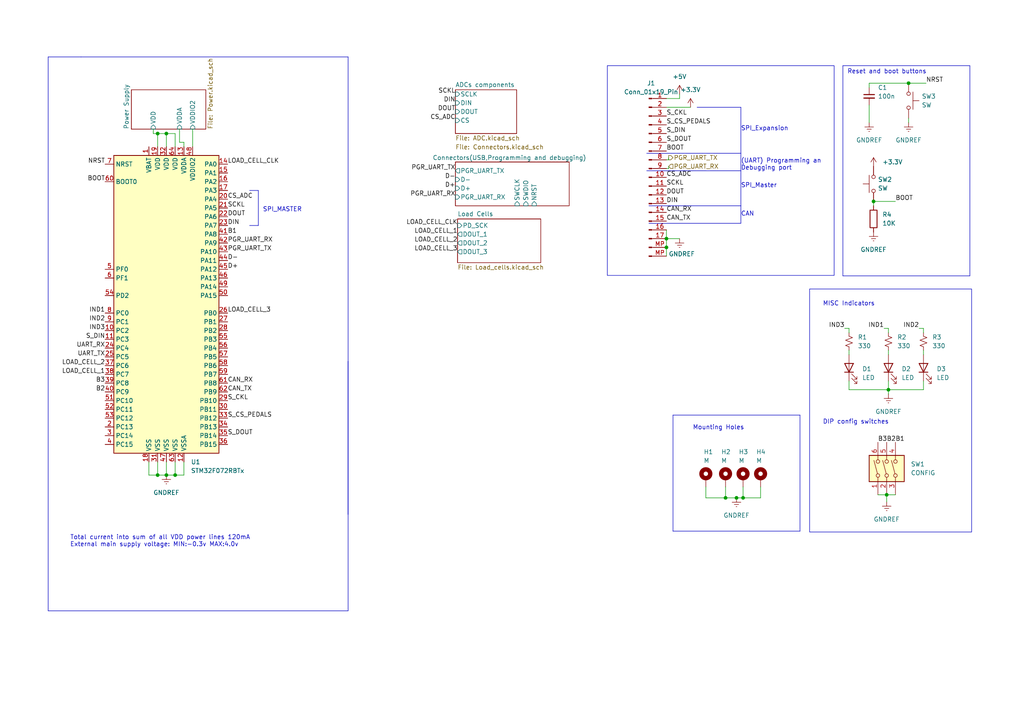
<source format=kicad_sch>
(kicad_sch (version 20230121) (generator eeschema)
  (paper "A4")
  (title_block (title "CAE32 pedals") (date "2023-01-30") (rev "2") (comment 1 "Desing by: janc18"))
  (lib_symbols
    (symbol "Connector:Conn_01x19_Pin" (pin_names (offset 1.016) hide)
      (property "Reference" "J1" (at 0.635 27.305 0))
      (property "Value" "Conn_01x19_Pin" (at 0.635 24.765 0))
      (symbol "Conn_01x19_Pin_1_1"
        (polyline (pts (xy 1.27 -22.86) (xy 0.8636 -22.86)) (stroke (width 0.1524)))
        (polyline (pts (xy 1.27 -20.32) (xy 0.8636 -20.32)) (stroke (width 0.1524)))
        (polyline (pts (xy 1.27 -17.78) (xy 0.8636 -17.78)) (stroke (width 0.1524)))
        (polyline (pts (xy 1.27 -15.24) (xy 0.8636 -15.24)) (stroke (width 0.1524)))
        (polyline (pts (xy 1.27 -12.7) (xy 0.8636 -12.7)) (stroke (width 0.1524)))
        (polyline (pts (xy 1.27 -10.16) (xy 0.8636 -10.16)) (stroke (width 0.1524)))
        (polyline (pts (xy 1.27 -7.62) (xy 0.8636 -7.62)) (stroke (width 0.1524)))
        (polyline (pts (xy 1.27 -5.08) (xy 0.8636 -5.08)) (stroke (width 0.1524)))
        (polyline (pts (xy 1.27 -2.54) (xy 0.8636 -2.54)) (stroke (width 0.1524)))
        (polyline (pts (xy 1.27 0) (xy 0.8636 0)) (stroke (width 0.1524)))
        (polyline (pts (xy 1.27 2.54) (xy 0.8636 2.54)) (stroke (width 0.1524)))
        (polyline (pts (xy 1.27 5.08) (xy 0.8636 5.08)) (stroke (width 0.1524)))
        (polyline (pts (xy 1.27 7.62) (xy 0.8636 7.62)) (stroke (width 0.1524)))
        (polyline (pts (xy 1.27 10.16) (xy 0.8636 10.16)) (stroke (width 0.1524)))
        (polyline (pts (xy 1.27 12.7) (xy 0.8636 12.7)) (stroke (width 0.1524)))
        (polyline (pts (xy 1.27 15.24) (xy 0.8636 15.24)) (stroke (width 0.1524)))
        (polyline (pts (xy 1.27 17.78) (xy 0.8636 17.78)) (stroke (width 0.1524)))
        (polyline (pts (xy 1.27 20.32) (xy 0.8636 20.32)) (stroke (width 0.1524)))
        (polyline (pts (xy 1.27 22.86) (xy 0.8636 22.86)) (stroke (width 0.1524)))
        (rectangle (start 0.8636 -22.733) (end 0 -22.987) (stroke (width 0.1524)) (fill (type outline)))
        (rectangle (start 0.8636 -20.193) (end 0 -20.447) (stroke (width 0.1524)) (fill (type outline)))
        (rectangle (start 0.8636 -17.653) (end 0 -17.907) (stroke (width 0.1524)) (fill (type outline)))
        (rectangle (start 0.8636 -15.113) (end 0 -15.367) (stroke (width 0.1524)) (fill (type outline)))
        (rectangle (start 0.8636 -12.573) (end 0 -12.827) (stroke (width 0.1524)) (fill (type outline)))
        (rectangle (start 0.8636 -10.033) (end 0 -10.287) (stroke (width 0.1524)) (fill (type outline)))
        (rectangle (start 0.8636 -7.493) (end 0 -7.747) (stroke (width 0.1524)) (fill (type outline)))
        (rectangle (start 0.8636 -4.953) (end 0 -5.207) (stroke (width 0.1524)) (fill (type outline)))
        (rectangle (start 0.8636 -2.413) (end 0 -2.667) (stroke (width 0.1524)) (fill (type outline)))
        (rectangle (start 0.8636 0.127) (end 0 -0.127) (stroke (width 0.1524)) (fill (type outline)))
        (rectangle (start 0.8636 2.667) (end 0 2.413) (stroke (width 0.1524)) (fill (type outline)))
        (rectangle (start 0.8636 5.207) (end 0 4.953) (stroke (width 0.1524)) (fill (type outline)))
        (rectangle (start 0.8636 7.747) (end 0 7.493) (stroke (width 0.1524)) (fill (type outline)))
        (rectangle (start 0.8636 10.287) (end 0 10.033) (stroke (width 0.1524)) (fill (type outline)))
        (rectangle (start 0.8636 12.827) (end 0 12.573) (stroke (width 0.1524)) (fill (type outline)))
        (rectangle (start 0.8636 15.367) (end 0 15.113) (stroke (width 0.1524)) (fill (type outline)))
        (rectangle (start 0.8636 17.907) (end 0 17.653) (stroke (width 0.1524)) (fill (type outline)))
        (rectangle (start 0.8636 20.447) (end 0 20.193) (stroke (width 0.1524)) (fill (type outline)))
        (rectangle (start 0.8636 22.987) (end 0 22.733) (stroke (width 0.1524)) (fill (type outline)))
        (pin passive line (at 5.08 22.86 180) (length 3.81) (name "Pin_1") (number "1"))
        (pin passive line (at 5.08 0 180) (length 3.81) (name "Pin_10") (number "10"))
        (pin passive line (at 5.08 -2.54 180) (length 3.81) (name "Pin_11") (number "11"))
        (pin passive line (at 5.08 -5.08 180) (length 3.81) (name "Pin_12") (number "12"))
        (pin passive line (at 5.08 -7.62 180) (length 3.81) (name "Pin_13") (number "13"))
        (pin passive line (at 5.08 -10.16 180) (length 3.81) (name "Pin_14") (number "14"))
        (pin passive line (at 5.08 -12.7 180) (length 3.81) (name "Pin_15") (number "15"))
        (pin passive line (at 5.08 -15.24 180) (length 3.81) (name "Pin_16") (number "16"))
        (pin passive line (at 5.08 -17.78 180) (length 3.81) (name "Pin_17") (number "17"))
        (pin passive line (at 5.08 20.32 180) (length 3.81) (name "Pin_2") (number "2"))
        (pin passive line (at 5.08 17.78 180) (length 3.81) (name "Pin_3") (number "3"))
        (pin passive line (at 5.08 15.24 180) (length 3.81) (name "Pin_4") (number "4"))
        (pin passive line (at 5.08 12.7 180) (length 3.81) (name "Pin_5") (number "5"))
        (pin passive line (at 5.08 10.16 180) (length 3.81) (name "Pin_6") (number "6"))
        (pin passive line (at 5.08 7.62 180) (length 3.81) (name "Pin_7") (number "7"))
        (pin passive line (at 5.08 5.08 180) (length 3.81) (name "Pin_8") (number "8"))
        (pin passive line (at 5.08 2.54 180) (length 3.81) (name "Pin_9") (number "9"))
        (pin passive line (at 5.08 -22.86 180) (length 3.81) (name "MP") (number "MP"))
        (pin passive line (at 5.08 -20.32 180) (length 3.81) (name "MP") (number "MP"))
      )
    )
    (symbol "Device:C_Small" (pin_numbers hide) (pin_names (offset 0.254) hide)
      (property "Reference" "C" (at 0.254 1.778 0))
      (property "Value" "C_Small" (at 0.254 -2.032 0))
      (symbol "C_Small_0_1"
        (polyline (pts (xy -1.524 -0.508) (xy 1.524 -0.508)) (stroke (width 0.3302)))
        (polyline (pts (xy -1.524 0.508) (xy 1.524 0.508)) (stroke (width 0.3048)))
      )
      (symbol "C_Small_1_1"
        (pin passive line (at 0 2.54 270) (length 2.032) (name "~") (number "1"))
        (pin passive line (at 0 -2.54 90) (length 2.032) (name "~") (number "2"))
      )
    )
    (symbol "Device:LED" (pin_numbers hide) (pin_names (offset 1.016) hide)
      (property "Reference" "D" (at 0 2.54 0))
      (property "Value" "LED" (at 0 -2.54 0))
      (symbol "LED_0_1"
        (polyline (pts (xy -1.27 -1.27) (xy -1.27 1.27)) (stroke (width 0.254)))
        (polyline (pts (xy -1.27 0) (xy 1.27 0)))
        (polyline (pts (xy 1.27 -1.27) (xy 1.27 1.27) (xy -1.27 0) (xy 1.27 -1.27)) (stroke (width 0.254)))
        (polyline (pts (xy -3.048 -0.762) (xy -4.572 -2.286) (xy -3.81 -2.286) (xy -4.572 -2.286) (xy -4.572 -1.524)))
        (polyline (pts (xy -1.778 -0.762) (xy -3.302 -2.286) (xy -2.54 -2.286) (xy -3.302 -2.286) (xy -3.302 -1.524)))
      )
      (symbol "LED_1_1"
        (pin passive line (at -3.81 0 0) (length 2.54) (name "K") (number "1"))
        (pin passive line (at 3.81 0 180) (length 2.54) (name "A") (number "2"))
      )
    )
    (symbol "Device:R" (pin_numbers hide) (pin_names (offset 0))
      (property "Reference" "R" (at 2.032 0 90))
      (property "Value" "R" (at 0 0 90))
      (symbol "R_0_1"
        (rectangle (start -1.016 -2.54) (end 1.016 2.54) (stroke (width 0.254)))
      )
      (symbol "R_1_1"
        (pin passive line (at 0 3.81 270) (length 1.27) (name "~") (number "1"))
        (pin passive line (at 0 -3.81 90) (length 1.27) (name "~") (number "2"))
      )
    )
    (symbol "Device:R_Small_US" (pin_numbers hide) (pin_names (offset 0.254) hide)
      (property "Reference" "R" (at 0.762 0.508 0))
      (property "Value" "R_Small_US" (at 0.762 -1.016 0))
      (symbol "R_Small_US_1_1"
        (polyline (pts (xy 0 0) (xy 1.016 -0.381) (xy 0 -0.762) (xy -1.016 -1.143) (xy 0 -1.524)))
        (polyline (pts (xy 0 1.524) (xy 1.016 1.143) (xy 0 0.762) (xy -1.016 0.381) (xy 0 0)))
        (pin passive line (at 0 2.54 270) (length 1.016) (name "~") (number "1"))
        (pin passive line (at 0 -2.54 90) (length 1.016) (name "~") (number "2"))
      )
    )
    (symbol "GNDREF_1" (power) (pin_names (offset 0))
      (property "Value" "GNDREF_1" (at 0 -3.81 0))
      (symbol "GNDREF_1_0_1"
        (polyline (pts (xy -0.635 -1.905) (xy 0.635 -1.905)))
        (polyline (pts (xy -0.127 -2.54) (xy 0.127 -2.54)))
        (polyline (pts (xy 0 -1.27) (xy 0 0)))
        (polyline (pts (xy 1.27 -1.27) (xy -1.27 -1.27)))
      )
      (symbol "GNDREF_1_1_1"
        (pin power_in line (at 0 0 270) (length 0) hide (name "GNDREF") (number "1"))
      )
    )
    (symbol "GNDREF_2" (power) (pin_names (offset 0))
      (property "Value" "GNDREF_2" (at 0 -3.81 0))
      (symbol "GNDREF_2_0_1"
        (polyline (pts (xy -0.635 -1.905) (xy 0.635 -1.905)))
        (polyline (pts (xy -0.127 -2.54) (xy 0.127 -2.54)))
        (polyline (pts (xy 0 -1.27) (xy 0 0)))
        (polyline (pts (xy 1.27 -1.27) (xy -1.27 -1.27)))
      )
      (symbol "GNDREF_2_1_1"
        (pin power_in line (at 0 0 270) (length 0) hide (name "GNDREF") (number "1"))
      )
    )
    (symbol "GNDREF_3" (power) (pin_names (offset 0))
      (property "Value" "GNDREF_3" (at 0 -3.81 0))
      (symbol "GNDREF_3_0_1"
        (polyline (pts (xy -0.635 -1.905) (xy 0.635 -1.905)))
        (polyline (pts (xy -0.127 -2.54) (xy 0.127 -2.54)))
        (polyline (pts (xy 0 -1.27) (xy 0 0)))
        (polyline (pts (xy 1.27 -1.27) (xy -1.27 -1.27)))
      )
      (symbol "GNDREF_3_1_1"
        (pin power_in line (at 0 0 270) (length 0) hide (name "GNDREF") (number "1"))
      )
    )
    (symbol "MCU_ST_STM32F0:STM32F072RBTx"
      (property "Reference" "U" (at -15.24 44.45 0))
      (property "Value" "STM32F072RBTx" (at 10.16 44.45 0))
      (symbol "STM32F072RBTx_0_1"
        (rectangle (start -15.24 -43.18) (end 15.24 43.18) (stroke (width 0.254)) (fill (type background)))
      )
      (symbol "STM32F072RBTx_1_1"
        (pin power_in line (at -5.08 45.72 270) (length 2.54) (name "VBAT") (number "1"))
        (pin bidirectional line (at -17.78 -7.62 0) (length 2.54) (name "PC2") (number "10"))
        (pin bidirectional line (at -17.78 -10.16 0) (length 2.54) (name "PC3") (number "11"))
        (pin power_in line (at 5.08 -45.72 90) (length 2.54) (name "VSSA") (number "12"))
        (pin power_in line (at 5.08 45.72 270) (length 2.54) (name "VDDA") (number "13"))
        (pin bidirectional line (at 17.78 40.64 180) (length 2.54) (name "PA0") (number "14"))
        (pin bidirectional line (at 17.78 38.1 180) (length 2.54) (name "PA1") (number "15"))
        (pin bidirectional line (at 17.78 35.56 180) (length 2.54) (name "PA2") (number "16"))
        (pin bidirectional line (at 17.78 33.02 180) (length 2.54) (name "PA3") (number "17"))
        (pin power_in line (at -5.08 -45.72 90) (length 2.54) (name "VSS") (number "18"))
        (pin power_in line (at -2.54 45.72 270) (length 2.54) (name "VDD") (number "19"))
        (pin bidirectional line (at -17.78 -35.56 0) (length 2.54) (name "PC13") (number "2"))
        (pin bidirectional line (at 17.78 30.48 180) (length 2.54) (name "PA4") (number "20"))
        (pin bidirectional line (at 17.78 27.94 180) (length 2.54) (name "PA5") (number "21"))
        (pin bidirectional line (at 17.78 25.4 180) (length 2.54) (name "PA6") (number "22"))
        (pin bidirectional line (at 17.78 22.86 180) (length 2.54) (name "PA7") (number "23"))
        (pin bidirectional line (at -17.78 -12.7 0) (length 2.54) (name "PC4") (number "24"))
        (pin bidirectional line (at -17.78 -15.24 0) (length 2.54) (name "PC5") (number "25"))
        (pin bidirectional line (at 17.78 -2.54 180) (length 2.54) (name "PB0") (number "26"))
        (pin bidirectional line (at 17.78 -5.08 180) (length 2.54) (name "PB1") (number "27"))
        (pin bidirectional line (at 17.78 -7.62 180) (length 2.54) (name "PB2") (number "28"))
        (pin bidirectional line (at 17.78 -27.94 180) (length 2.54) (name "PB10") (number "29"))
        (pin bidirectional line (at -17.78 -38.1 0) (length 2.54) (name "PC14") (number "3"))
        (pin bidirectional line (at 17.78 -30.48 180) (length 2.54) (name "PB11") (number "30"))
        (pin power_in line (at -2.54 -45.72 90) (length 2.54) (name "VSS") (number "31"))
        (pin power_in line (at 0 45.72 270) (length 2.54) (name "VDD") (number "32"))
        (pin bidirectional line (at 17.78 -33.02 180) (length 2.54) (name "PB12") (number "33"))
        (pin bidirectional line (at 17.78 -35.56 180) (length 2.54) (name "PB13") (number "34"))
        (pin bidirectional line (at 17.78 -38.1 180) (length 2.54) (name "PB14") (number "35"))
        (pin bidirectional line (at 17.78 -40.64 180) (length 2.54) (name "PB15") (number "36"))
        (pin bidirectional line (at -17.78 -17.78 0) (length 2.54) (name "PC6") (number "37"))
        (pin bidirectional line (at -17.78 -20.32 0) (length 2.54) (name "PC7") (number "38"))
        (pin bidirectional line (at -17.78 -22.86 0) (length 2.54) (name "PC8") (number "39"))
        (pin bidirectional line (at -17.78 -40.64 0) (length 2.54) (name "PC15") (number "4"))
        (pin bidirectional line (at -17.78 -25.4 0) (length 2.54) (name "PC9") (number "40"))
        (pin bidirectional line (at 17.78 20.32 180) (length 2.54) (name "PA8") (number "41"))
        (pin bidirectional line (at 17.78 17.78 180) (length 2.54) (name "PA9") (number "42"))
        (pin bidirectional line (at 17.78 15.24 180) (length 2.54) (name "PA10") (number "43"))
        (pin bidirectional line (at 17.78 12.7 180) (length 2.54) (name "PA11") (number "44"))
        (pin bidirectional line (at 17.78 10.16 180) (length 2.54) (name "PA12") (number "45"))
        (pin bidirectional line (at 17.78 7.62 180) (length 2.54) (name "PA13") (number "46"))
        (pin power_in line (at 0 -45.72 90) (length 2.54) (name "VSS") (number "47"))
        (pin power_in line (at 7.62 45.72 270) (length 2.54) (name "VDDIO2") (number "48"))
        (pin bidirectional line (at 17.78 5.08 180) (length 2.54) (name "PA14") (number "49"))
        (pin input line (at -17.78 10.16 0) (length 2.54) (name "PF0") (number "5"))
        (pin bidirectional line (at 17.78 2.54 180) (length 2.54) (name "PA15") (number "50"))
        (pin bidirectional line (at -17.78 -27.94 0) (length 2.54) (name "PC10") (number "51"))
        (pin bidirectional line (at -17.78 -30.48 0) (length 2.54) (name "PC11") (number "52"))
        (pin bidirectional line (at -17.78 -33.02 0) (length 2.54) (name "PC12") (number "53"))
        (pin bidirectional line (at -17.78 2.54 0) (length 2.54) (name "PD2") (number "54"))
        (pin bidirectional line (at 17.78 -10.16 180) (length 2.54) (name "PB3") (number "55"))
        (pin bidirectional line (at 17.78 -12.7 180) (length 2.54) (name "PB4") (number "56"))
        (pin bidirectional line (at 17.78 -15.24 180) (length 2.54) (name "PB5") (number "57"))
        (pin bidirectional line (at 17.78 -17.78 180) (length 2.54) (name "PB6") (number "58"))
        (pin bidirectional line (at 17.78 -20.32 180) (length 2.54) (name "PB7") (number "59"))
        (pin input line (at -17.78 7.62 0) (length 2.54) (name "PF1") (number "6"))
        (pin input line (at -17.78 35.56 0) (length 2.54) (name "BOOT0") (number "60"))
        (pin bidirectional line (at 17.78 -22.86 180) (length 2.54) (name "PB8") (number "61"))
        (pin bidirectional line (at 17.78 -25.4 180) (length 2.54) (name "PB9") (number "62"))
        (pin power_in line (at 2.54 -45.72 90) (length 2.54) (name "VSS") (number "63"))
        (pin power_in line (at 2.54 45.72 270) (length 2.54) (name "VDD") (number "64"))
        (pin input line (at -17.78 40.64 0) (length 2.54) (name "NRST") (number "7"))
        (pin bidirectional line (at -17.78 -2.54 0) (length 2.54) (name "PC0") (number "8"))
        (pin bidirectional line (at -17.78 -5.08 0) (length 2.54) (name "PC1") (number "9"))
      )
    )
    (symbol "Mechanical:MountingHole_Pad" (pin_numbers hide) (pin_names (offset 1.016) hide)
      (property "Reference" "H" (at 0 6.35 0))
      (property "Value" "MountingHole_Pad" (at 0 4.445 0))
      (symbol "MountingHole_Pad_0_1"
        (circle (center 0 1.27) (radius 1.27) (stroke (width 1.27)))
      )
      (symbol "MountingHole_Pad_1_1"
        (pin input line (at 0 -2.54 90) (length 2.54) (name "1") (number "1"))
      )
    )
    (symbol "Switch:SW_DIP_x03" (pin_names (offset 0) hide)
      (property "Reference" "SW" (at 0 8.89 0))
      (property "Value" "SW_DIP_x03" (at 0 -3.81 0))
      (symbol "SW_DIP_x03_0_0"
        (circle (center -2.032 0) (radius 0.508))
        (circle (center -2.032 2.54) (radius 0.508))
        (circle (center -2.032 5.08) (radius 0.508))
        (polyline (pts (xy -1.524 0.127) (xy 2.3622 1.1684)))
        (polyline (pts (xy -1.524 2.667) (xy 2.3622 3.7084)))
        (polyline (pts (xy -1.524 5.207) (xy 2.3622 6.2484)))
        (circle (center 2.032 0) (radius 0.508))
        (circle (center 2.032 2.54) (radius 0.508))
        (circle (center 2.032 5.08) (radius 0.508))
      )
      (symbol "SW_DIP_x03_0_1"
        (rectangle (start -3.81 7.62) (end 3.81 -2.54) (stroke (width 0.254)) (fill (type background)))
      )
      (symbol "SW_DIP_x03_1_1"
        (pin passive line (at -7.62 5.08 0) (length 5.08) (name "~") (number "1"))
        (pin passive line (at -7.62 2.54 0) (length 5.08) (name "~") (number "2"))
        (pin passive line (at -7.62 0 0) (length 5.08) (name "~") (number "3"))
        (pin passive line (at 7.62 0 180) (length 5.08) (name "~") (number "4"))
        (pin passive line (at 7.62 2.54 180) (length 5.08) (name "~") (number "5"))
        (pin passive line (at 7.62 5.08 180) (length 5.08) (name "~") (number "6"))
      )
    )
    (symbol "Switch:SW_Push" (pin_numbers hide) (pin_names (offset 1.016) hide)
      (property "Reference" "SW" (at 1.27 2.54 0))
      (property "Value" "SW_Push" (at 0 -1.524 0))
      (symbol "SW_Push_0_1"
        (circle (center -2.032 0) (radius 0.508))
        (polyline (pts (xy 0 1.27) (xy 0 3.048)))
        (polyline (pts (xy 2.54 1.27) (xy -2.54 1.27)))
        (circle (center 2.032 0) (radius 0.508))
        (pin passive line (at -5.08 0 0) (length 2.54) (name "1") (number "1"))
        (pin passive line (at 5.08 0 180) (length 2.54) (name "2") (number "2"))
      )
    )
    (symbol "power:+3.3V" (power) (pin_names (offset 0))
      (property "Value" "+3.3V" (at 0 3.556 0))
      (symbol "+3.3V_0_1"
        (polyline (pts (xy -0.762 1.27) (xy 0 2.54)))
        (polyline (pts (xy 0 0) (xy 0 2.54)))
        (polyline (pts (xy 0 2.54) (xy 0.762 1.27)))
      )
      (symbol "+3.3V_1_1"
        (pin power_in line (at 0 0 90) (length 0) hide (name "+3.3V") (number "1"))
      )
    )
    (symbol "power:+5V" (power) (pin_names (offset 0))
      (property "Value" "+5V" (at 0 3.556 0))
      (symbol "+5V_0_1"
        (polyline (pts (xy -0.762 1.27) (xy 0 2.54)))
        (polyline (pts (xy 0 0) (xy 0 2.54)))
        (polyline (pts (xy 0 2.54) (xy 0.762 1.27)))
      )
      (symbol "+5V_1_1"
        (pin power_in line (at 0 0 90) (length 0) hide (name "+5V") (number "1"))
      )
    )
    (symbol "power:GNDREF" (power) (pin_names (offset 0))
      (property "Value" "GNDREF" (at 0 -3.81 0))
      (symbol "GNDREF_0_1"
        (polyline (pts (xy -0.635 -1.905) (xy 0.635 -1.905)))
        (polyline (pts (xy -0.127 -2.54) (xy 0.127 -2.54)))
        (polyline (pts (xy 0 -1.27) (xy 0 0)))
        (polyline (pts (xy 1.27 -1.27) (xy -1.27 -1.27)))
      )
      (symbol "GNDREF_1_1"
        (pin power_in line (at 0 0 270) (length 0) hide (name "GNDREF") (number "1"))
      )
    )
  )
  (junction (at 263.525 24.13))
  (junction (at 193.294 69.215))
  (junction (at 45.72 137.795))
  (junction (at 48.26 38.735))
  (junction (at 48.26 137.795))
  (junction (at 213.614 144.399))
  (junction (at 210.439 144.399))
  (junction (at 50.8 137.795))
  (junction (at 45.72 38.735))
  (junction (at 257.175 143.51))
  (junction (at 257.683 113.03))
  (junction (at 193.294 71.755))
  (junction (at 253.365 58.42))
  (junction (at 215.519 144.399))
  (wire (pts (xy 204.724 144.399) (xy 210.439 144.399)))
  (wire (pts (xy 257.175 143.51) (xy 259.715 143.51)))
  (wire (pts (xy 257.683 101.6) (xy 257.683 102.87)))
  (wire (pts (xy 267.843 96.52) (xy 267.843 95.25)))
  (wire (pts (xy 267.843 101.6) (xy 267.843 102.87)))
  (wire (pts (xy 53.34 41.275) (xy 53.34 42.545)))
  (wire (pts (xy 215.519 144.399) (xy 213.614 144.399)))
  (polyline (pts (xy 281.305 80.01) (xy 244.475 80.01)))
  (wire (pts (xy 254.635 143.51) (xy 257.175 143.51)))
  (wire (pts (xy 220.599 144.399) (xy 215.519 144.399)))
  (wire (pts (xy 246.253 96.52) (xy 246.253 95.25)))
  (wire (pts (xy 246.253 101.6) (xy 246.253 102.87)))
  (wire (pts (xy 253.365 58.42) (xy 259.715 58.42)))
  (wire (pts (xy 50.8 42.545) (xy 50.8 38.735)))
  (wire (pts (xy 246.253 110.49) (xy 246.253 113.03)))
  (wire (pts (xy 193.929 48.895) (xy 193.294 48.895)))
  (polyline (pts (xy 74.93 55.245) (xy 74.93 65.405)))
  (wire (pts (xy 193.929 45.72) (xy 193.929 46.355)))
  (wire (pts (xy 257.683 95.25) (xy 256.413 95.25)))
  (polyline (pts (xy 72.39 65.405) (xy 74.93 65.405)))
  (wire (pts (xy 210.439 144.399) (xy 213.614 144.399)))
  (polyline (pts (xy 214.884 59.69) (xy 214.884 49.53)))
  (wire (pts (xy 44.45 38.735) (xy 44.45 37.465)))
  (wire (pts (xy 193.294 69.215) (xy 193.294 71.755)))
  (wire (pts (xy 220.599 141.224) (xy 220.599 144.399)))
  (wire (pts (xy 53.34 137.795) (xy 50.8 137.795)))
  (wire (pts (xy 257.175 143.51) (xy 257.175 145.542)))
  (polyline (pts (xy 100.965 104.775) (xy 100.965 149.225)))
  (polyline (pts (xy 202.184 31.115) (xy 214.884 31.115)))
  (wire (pts (xy 45.72 137.795) (xy 48.26 137.795)))
  (polyline (pts (xy 23.495 16.51) (xy 100.965 16.51)))
  (wire (pts (xy 48.26 38.735) (xy 45.72 38.735)))
  (polyline (pts (xy 188.214 64.77) (xy 214.884 64.77)))
  (wire (pts (xy 55.88 37.465) (xy 55.88 42.545)))
  (wire (pts (xy 246.253 95.25) (xy 244.983 95.25)))
  (wire (pts (xy 263.525 24.13) (xy 268.605 24.13)))
  (wire (pts (xy 43.18 137.795) (xy 45.72 137.795)))
  (wire (pts (xy 50.8 133.985) (xy 50.8 137.795)))
  (polyline (pts (xy 214.884 49.53) (xy 214.884 44.45)))
  (polyline (pts (xy 232.029 154.051) (xy 232.029 120.396)))
  (polyline (pts (xy 214.884 44.45) (xy 214.884 31.115)))
  (polyline (pts (xy 100.965 177.165) (xy 13.97 177.165)))
  (wire (pts (xy 48.26 42.545) (xy 48.26 38.735)))
  (wire (pts (xy 193.929 48.26) (xy 193.929 48.895)))
  (polyline (pts (xy 195.199 154.051) (xy 232.029 154.051)))
  (polyline (pts (xy 187.579 49.53) (xy 214.884 49.53)))
  (wire (pts (xy 197.104 28.575) (xy 193.294 28.575)))
  (wire (pts (xy 252.095 30.48) (xy 252.095 35.56)))
  (wire (pts (xy 52.07 41.275) (xy 53.34 41.275)))
  (wire (pts (xy 267.843 113.03) (xy 257.683 113.03)))
  (wire (pts (xy 246.253 113.03) (xy 257.683 113.03)))
  (wire (pts (xy 48.26 133.985) (xy 48.26 137.795)))
  (polyline (pts (xy 188.214 59.69) (xy 214.884 59.69)))
  (wire (pts (xy 215.519 141.224) (xy 215.519 144.399)))
  (polyline (pts (xy 244.475 19.05) (xy 244.475 80.01)))
  (polyline (pts (xy 281.305 19.05) (xy 281.305 80.01)))
  (wire (pts (xy 53.34 133.985) (xy 53.34 137.795)))
  (wire (pts (xy 257.683 110.49) (xy 257.683 113.03)))
  (wire (pts (xy 45.72 133.985) (xy 45.72 137.795)))
  (wire (pts (xy 193.294 66.675) (xy 193.294 69.215)))
  (polyline (pts (xy 214.884 64.77) (xy 214.884 59.69)))
  (wire (pts (xy 267.843 110.49) (xy 267.843 113.03)))
  (wire (pts (xy 197.104 27.305) (xy 197.104 28.575)))
  (wire (pts (xy 193.294 31.115) (xy 200.279 31.115)))
  (polyline (pts (xy 195.199 120.396) (xy 232.029 120.396)))
  (polyline (pts (xy 195.199 120.396) (xy 195.199 154.051)))
  (wire (pts (xy 257.683 113.03) (xy 257.683 114.3)))
  (wire (pts (xy 253.365 58.42) (xy 253.365 59.69)))
  (wire (pts (xy 267.843 95.25) (xy 266.573 95.25)))
  (wire (pts (xy 252.095 24.13) (xy 263.525 24.13)))
  (wire (pts (xy 204.724 141.224) (xy 204.724 144.399)))
  (polyline (pts (xy 187.579 44.45) (xy 214.884 44.45)))
  (wire (pts (xy 52.07 37.465) (xy 52.07 41.275)))
  (wire (pts (xy 50.8 38.735) (xy 48.26 38.735)))
  (wire (pts (xy 210.439 141.224) (xy 210.439 144.399)))
  (wire (pts (xy 263.525 34.29) (xy 263.525 35.56)))
  (wire (pts (xy 252.095 24.13) (xy 252.095 25.4)))
  (wire (pts (xy 193.929 46.355) (xy 193.294 46.355)))
  (wire (pts (xy 257.683 96.52) (xy 257.683 95.25)))
  (polyline (pts (xy 100.965 16.51) (xy 100.965 177.165)))
  (wire (pts (xy 45.72 42.545) (xy 45.72 38.735)))
  (polyline (pts (xy 244.475 19.05) (xy 281.305 19.05)))
  (wire (pts (xy 193.294 71.755) (xy 193.294 74.295)))
  (polyline (pts (xy 13.97 16.51) (xy 23.495 16.51)))
  (wire (pts (xy 45.72 38.735) (xy 44.45 38.735)))
  (wire (pts (xy 50.8 137.795) (xy 48.26 137.795)))
  (polyline (pts (xy 72.39 55.245) (xy 74.93 55.245)))
  (polyline (pts (xy 13.97 177.165) (xy 13.97 16.51)))
  (wire (pts (xy 193.294 69.215) (xy 197.104 69.215)))
  (wire (pts (xy 43.18 133.985) (xy 43.18 137.795)))
  (rectangle (start 234.823 83.82) (end 281.813 154.305))
  (rectangle (start 176.149 19.05) (end 241.935 79.883))
  (text "(UART) Programming an\nDebugging port" (at 214.884 49.53 0) (effects (font (size 1.27 1.27)) (justify left bottom)))
  (text "CAN" (at 214.884 62.865 0) (effects (font (size 1.27 1.27)) (justify left bottom)))
  (text "SPI_MASTER" (at 76.2 61.595 0) (effects (font (size 1.27 1.27)) (justify left bottom)))
  (text "DIP config switches" (at 238.633 123.19 0) (effects (font (size 1.27 1.27)) (justify left bottom)))
  (text "SPI_Expansion" (at 214.884 38.1 0) (effects (font (size 1.27 1.27)) (justify left bottom)))
  (text "Mounting Holes" (at 200.914 124.841 0) (effects (font (size 1.27 1.27)) (justify left bottom)))
  (text "Total current into sum of all VDD power lines 120mA\nExternal main supply voltage: MIN:-0.3v MAX:4.0v " (at 20.32 158.75 0) (effects (font (size 1.27 1.27)) (justify left bottom)))
  (text "MISC Indicators" (at 238.633 88.9 0) (effects (font (size 1.27 1.27)) (justify left bottom)))
  (text "SPI_Master" (at 214.884 54.61 0) (effects (font (size 1.27 1.27)) (justify left bottom)))
  (text "Reset and boot buttons" (at 245.745 21.59 0) (effects (font (size 1.27 1.27)) (justify left bottom)))
  (label "S_CKL" (at 66.04 116.205 0))
  (label "LOAD_CELL_2" (at 132.715 70.485 180))
  (label "CS_ADC" (at 193.294 51.435 0))
  (label "S_DIN" (at 30.48 98.425 180))
  (label "BOOT" (at 259.715 58.42 0))
  (label "LOAD_CELL_CLK" (at 66.04 47.625 0))
  (label "B1" (at 259.715 128.27 0))
  (label "IND3" (at 244.983 95.25 180))
  (label "DIN" (at 66.04 65.405 0))
  (label "CS_ADC" (at 132.08 34.925 180))
  (label "LOAD_CELL_1" (at 132.715 67.945 180))
  (label "NRST" (at 30.48 47.625 180))
  (label "PGR_UART_RX" (at 66.04 70.485 0))
  (label "SCKL" (at 193.294 53.975 0))
  (label "PGR_UART_TX" (at 132.08 49.53 180))
  (label "S_DOUT" (at 193.294 41.275 0))
  (label "B2" (at 30.48 113.665 180))
  (label "SCKL" (at 66.04 60.325 0))
  (label "CAN_RX" (at 193.294 61.595 0))
  (label "IND2" (at 30.48 93.345 180))
  (label "LOAD_CELL_CLK" (at 132.715 65.405 180))
  (label "B3" (at 254.635 128.27 0))
  (label "D+" (at 66.04 78.105 0))
  (label "BOOT" (at 193.294 43.815 0))
  (label "D-" (at 132.08 52.07 180))
  (label "NRST" (at 268.605 24.13 0))
  (label "LOAD_CELL_3" (at 66.04 90.805 0))
  (label "B2" (at 257.175 128.27 0))
  (label "CS_ADC" (at 66.04 57.785 0))
  (label "S_CS_PEDALS" (at 193.294 36.195 0))
  (label "S_DIN" (at 193.294 38.735 0))
  (label "BOOT" (at 30.48 52.705 180))
  (label "CAN_RX" (at 66.04 111.125 0))
  (label "D-" (at 66.04 75.565 0))
  (label "B3" (at 30.48 111.125 180))
  (label "UART_TX" (at 30.48 103.505 180))
  (label "IND3" (at 30.48 95.885 180))
  (label "DIN" (at 193.294 59.055 0))
  (label "S_DOUT" (at 66.04 126.365 0))
  (label "IND2" (at 266.573 95.25 180))
  (label "LOAD_CELL_3" (at 132.715 73.025 180))
  (label "DIN" (at 132.08 29.845 180))
  (label "S_CKL" (at 193.294 33.655 0))
  (label "S_CS_PEDALS" (at 66.04 121.285 0))
  (label "PGR_UART_RX" (at 132.08 57.15 180))
  (label "IND1" (at 30.48 90.805 180))
  (label "IND1" (at 256.413 95.25 180))
  (label "DOUT" (at 193.294 56.515 0))
  (label "CAN_TX" (at 66.04 113.665 0))
  (label "D+" (at 132.08 54.61 180))
  (label "LOAD_CELL_2" (at 30.48 106.045 180))
  (label "UART_RX" (at 30.48 100.965 180))
  (label "S_CKL" (at 516.89 -27.94 0))
  (label "DOUT" (at 66.04 62.865 0))
  (label "LOAD_CELL_1" (at 30.48 108.585 180))
  (label "SCKL" (at 132.08 27.305 180))
  (label "DOUT" (at 132.08 32.385 180))
  (label "B1" (at 66.04 67.945 0))
  (label "PGR_UART_TX" (at 66.04 73.025 0))
  (label "CAN_TX" (at 193.294 64.135 0))
  (hierarchical_label "PGR_UART_TX" (shape output) (at 193.929 45.72 0))
  (hierarchical_label "PGR_UART_RX" (shape input) (at 193.929 48.26 0))
  (symbol (lib_id "Device:R_Small_US") (at 267.843 99.06 0) (unit 1)
    (property "Reference" "R3" (at 270.383 97.7899 0) (effects (justify left)))
    (property "Value" "330" (at 270.383 100.3299 0) (effects (justify left)))
    (property "Footprint" "Resistor_SMD:R_0603_1608Metric" (effects hide))
    (property "LCSC_PART" "C25804" (effects hide))
    (property "Item" "C25804" (effects hide))
    (property "Qty" "4" (effects hide))
    (property "Vendor" "C25804" (effects hide))
  )
  (symbol (lib_id "power:GNDREF") (at 263.525 35.56 0) (unit 1)
    (property "Reference" "#PWR08" (effects hide))
    (property "Value" "GNDREF" (at 263.525 40.64 0))
  )
  (symbol (lib_id "Device:LED") (at 257.683 106.68 90) (unit 1)
    (property "Reference" "D2" (at 261.493 106.9974 90) (effects (justify right)))
    (property "Value" "LED" (at 261.493 109.5374 90) (effects (justify right)))
    (property "Footprint" "LED_SMD:LED_0805_2012Metric" (effects hide))
    (property "Datasheet" "https://datasheet.lcsc.com/lcsc/2211030000_XINGLIGHT-XL-2012UGC_C965815.pdf" (effects hide))
    (property "LCSC_PART" "C965815" (effects hide))
    (property "Item" "C965815" (effects hide))
    (property "Qty" "4" (effects hide))
    (property "Vendor" "C965815" (effects hide))
  )
  (symbol (lib_id "Connector:Conn_01x19_Pin") (at 188.214 51.435 0) (unit 1)
    (property "Reference" "J1" (at 188.849 24.13 0))
    (property "Value" "Conn_01x19_Pin" (at 188.849 26.67 0))
    (property "Footprint" "Connector_FFC-FPC:TE_1-84953-7_1x17-1MP_P1.0mm_Horizontal" (effects hide))
    (property "Datasheet" "https://datasheet.lcsc.com/lcsc/2110111330_XKB-Connectivity-X10B25L17T_C500176.pdf" (effects hide))
    (property "Item" "C500176" (effects hide))
    (property "LCSC_PART" "C500176" (effects hide))
    (property "Vendor" "C500176" (effects hide))
  )
  (symbol (lib_id "Mechanical:MountingHole_Pad") (at 220.599 138.684 0) (unit 1)
    (property "Reference" "H4" (at 219.329 131.064 0) (effects (justify left)))
    (property "Value" "M" (at 219.329 133.604 0) (effects (justify left)))
    (property "Footprint" "MountingHole:MountingHole_3.2mm_M3_DIN965_Pad_TopBottom" (effects hide))
    (property "Qty" "4" (effects hide))
  )
  (symbol (lib_id "Mechanical:MountingHole_Pad") (at 204.724 138.684 0) (unit 1)
    (property "Reference" "H1" (at 204.089 131.064 0) (effects (justify left)))
    (property "Value" "M" (at 204.089 133.604 0) (effects (justify left)))
    (property "Footprint" "MountingHole:MountingHole_3.2mm_M3_DIN965_Pad_TopBottom" (effects hide))
    (property "Qty" "4" (effects hide))
  )
  (symbol (lib_id "Switch:SW_Push") (at 263.525 29.21 270) (unit 1)
    (property "Reference" "SW3" (at 267.335 27.9399 90) (effects (justify left)))
    (property "Value" "SW" (at 267.335 30.4799 90) (effects (justify left)))
    (property "Footprint" "Button_Switch_SMD:SW_SPST_TL3342" (effects hide))
    (property "Datasheet" "https://datasheet.lcsc.com/lcsc/2205161616_E-Switch-TL3342F450QG_C2886897.pdf" (effects hide))
    (property "LCSC_PART" "C2886897" (effects hide))
    (property "Item" "C2886897" (effects hide))
    (property "Qty" "1" (effects hide))
    (property "Vendor" "C2886897" (effects hide))
  )
  (symbol (lib_id "Mechanical:MountingHole_Pad") (at 210.439 138.684 0) (unit 1)
    (property "Reference" "H2" (at 209.169 131.064 0) (effects (justify left)))
    (property "Value" "M" (at 209.169 133.604 0) (effects (justify left)))
    (property "Footprint" "MountingHole:MountingHole_3.2mm_M3_DIN965_Pad_TopBottom" (effects hide))
    (property "Qty" "4" (effects hide))
  )
  (symbol (lib_id "Device:LED") (at 267.843 106.68 90) (unit 1)
    (property "Reference" "D3" (at 271.653 106.9974 90) (effects (justify right)))
    (property "Value" "LED" (at 271.653 109.5374 90) (effects (justify right)))
    (property "Footprint" "LED_SMD:LED_0805_2012Metric" (effects hide))
    (property "Datasheet" "https://datasheet.lcsc.com/lcsc/2211030000_XINGLIGHT-XL-2012UGC_C965815.pdf" (effects hide))
    (property "LCSC_PART" "C965815" (effects hide))
    (property "Item" "C965815" (effects hide))
    (property "Qty" "4" (effects hide))
    (property "Vendor" "C965815" (effects hide))
  )
  (symbol (lib_name "GNDREF_1") (lib_id "power:GNDREF") (at 48.26 137.795 0) (unit 1)
    (property "Reference" "#PWR01" (effects hide))
    (property "Value" "GNDREF" (at 48.26 142.875 0))
  )
  (symbol (lib_id "power:GNDREF") (at 257.175 145.542 0) (unit 1)
    (property "Reference" "#PWR03" (effects hide))
    (property "Value" "GNDREF" (at 257.175 150.622 0))
  )
  (symbol (lib_id "Switch:SW_DIP_x03") (at 259.715 135.89 90) (unit 1)
    (property "Reference" "SW1" (at 264.16 134.6199 90) (effects (justify right)))
    (property "Value" "CONFIG" (at 264.16 137.1599 90) (effects (justify right)))
    (property "Footprint" "Button_Switch_SMD:SW_DIP_SPSTx03_Slide_KingTek_DSHP03TJ_W5.25mm_P1.27mm_JPin" (effects hide))
    (property "Datasheet" "https://datasheet.lcsc.com/lcsc/2211251200_ROCPU-Switches-THS103J_C5289932.pdf" (effects hide))
    (property "LCSC_PART" "C5289932" (effects hide))
    (property "Item" "C5289932" (effects hide))
    (property "Qty" "1" (effects hide))
    (property "Vendor" "C5289932" (effects hide))
  )
  (symbol (lib_id "Device:R_Small_US") (at 257.683 99.06 0) (unit 1)
    (property "Reference" "R2" (at 260.223 97.7899 0) (effects (justify left)))
    (property "Value" "330" (at 260.223 100.3299 0) (effects (justify left)))
    (property "Footprint" "Resistor_SMD:R_0603_1608Metric" (effects hide))
    (property "LCSC_PART" "C25804" (effects hide))
    (property "Item" "C25804" (effects hide))
    (property "Qty" "4" (effects hide))
    (property "Vendor" "C25804" (effects hide))
  )
  (symbol (lib_id "Device:LED") (at 246.253 106.68 90) (unit 1)
    (property "Reference" "D1" (at 250.063 106.9974 90) (effects (justify right)))
    (property "Value" "LED" (at 250.063 109.5374 90) (effects (justify right)))
    (property "Footprint" "LED_SMD:LED_0805_2012Metric" (effects hide))
    (property "Datasheet" "https://datasheet.lcsc.com/lcsc/2211030000_XINGLIGHT-XL-2012UGC_C965815.pdf" (effects hide))
    (property "LCSC_PART" "C965815" (effects hide))
    (property "Item" "C965815" (effects hide))
    (property "Qty" "4" (effects hide))
    (property "Vendor" "C965815" (effects hide))
  )
  (symbol (lib_id "Mechanical:MountingHole_Pad") (at 215.519 138.684 0) (unit 1)
    (property "Reference" "H3" (at 214.249 131.064 0) (effects (justify left)))
    (property "Value" "M" (at 214.249 133.604 0) (effects (justify left)))
    (property "Footprint" "MountingHole:MountingHole_3.2mm_M3_DIN965_Pad_TopBottom" (effects hide))
    (property "Qty" "4" (effects hide))
  )
  (symbol (lib_id "Switch:SW_Push") (at 253.365 53.34 90) (unit 1)
    (property "Reference" "SW2" (at 254.635 52.0699 90) (effects (justify right)))
    (property "Value" "SW" (at 254.635 54.6099 90) (effects (justify right)))
    (property "Footprint" "Button_Switch_SMD:SW_SPST_TL3342" (effects hide))
    (property "Datasheet" "https://datasheet.lcsc.com/lcsc/2205161616_E-Switch-TL3342F450QG_C2886897.pdf" (effects hide))
    (property "LCSC_PART" "C2886897" (effects hide))
    (property "Item" "C2886897" (effects hide))
    (property "Qty" "1" (effects hide))
    (property "Vendor" "C2886897" (effects hide))
  )
  (symbol (lib_id "power:+3.3V") (at 253.365 48.26 0) (unit 1)
    (property "Reference" "#PWR06" (effects hide))
    (property "Value" "+3.3V" (at 255.905 46.9899 0) (effects (justify left)))
  )
  (symbol (lib_id "Device:C_Small") (at 252.095 27.94 0) (unit 1)
    (property "Reference" "C1" (at 254.635 25.4 0) (effects (justify left)))
    (property "Value" "100n" (at 254.635 27.94 0) (effects (justify left)))
    (property "Footprint" "Capacitor_SMD:C_0603_1608Metric" (effects hide))
    (property "LCSC_PART" "c1591" (effects hide))
    (property "Item" "c1591" (effects hide))
    (property "Qty" "22" (effects hide))
    (property "Vendor" "c1591" (effects hide))
  )
  (symbol (lib_id "power:+5V") (at 197.104 27.305 0) (unit 1)
    (property "Reference" "#PWR027" (effects hide))
    (property "Value" "+5V" (at 197.104 22.225 0))
  )
  (symbol (lib_id "power:+3.3V") (at 200.279 31.115 0) (unit 1)
    (property "Reference" "#PWR028" (effects hide))
    (property "Value" "+3.3V" (at 200.279 26.035 0))
  )
  (symbol (lib_id "Device:R_Small_US") (at 246.253 99.06 0) (unit 1)
    (property "Reference" "R1" (at 248.793 97.7899 0) (effects (justify left)))
    (property "Value" "330" (at 248.793 100.3299 0) (effects (justify left)))
    (property "Footprint" "Resistor_SMD:R_0603_1608Metric" (effects hide))
    (property "LCSC_PART" "C25804" (effects hide))
    (property "Item" "C25804" (effects hide))
    (property "Qty" "4" (effects hide))
    (property "Vendor" "C25804" (effects hide))
  )
  (symbol (lib_id "MCU_ST_STM32F0:STM32F072RBTx") (at 48.26 88.265 0) (unit 1)
    (property "Reference" "U1" (at 55.3594 133.985 0) (effects (justify left)))
    (property "Value" "STM32F072RBTx" (at 55.3594 136.525 0) (effects (justify left)))
    (property "Footprint" "Package_QFP:LQFP-64_10x10mm_P0.5mm" (effects hide))
    (property "Datasheet" "https://datasheet.lcsc.com/lcsc/1809301214_STMicroelectronics-STM32F072RBT6_C46046.pdf" (effects hide))
    (property "LCSC_PART" "C46046" (effects hide))
    (property "Item" "C46046" (effects hide))
    (property "Qty" "1" (effects hide))
    (property "Vendor" "C46046" (effects hide))
  )
  (symbol (lib_id "power:GNDREF") (at 252.095 35.56 0) (unit 1)
    (property "Reference" "#PWR05" (effects hide))
    (property "Value" "GNDREF" (at 252.095 40.64 0))
  )
  (symbol (lib_name "GNDREF_2") (lib_id "power:GNDREF") (at 213.614 144.399 0) (unit 1)
    (property "Reference" "#PWR010" (effects hide))
    (property "Value" "GNDREF" (at 213.614 149.479 0))
  )
  (symbol (lib_name "GNDREF_3") (lib_id "power:GNDREF") (at 197.104 69.215 0) (unit 1)
    (property "Reference" "#PWR035" (effects hide))
    (property "Value" "GNDREF" (at 197.739 73.66 0))
  )
  (symbol (lib_id "power:GNDREF") (at 257.683 114.3 0) (unit 1)
    (property "Reference" "#PWR04" (effects hide))
    (property "Value" "GNDREF" (at 257.683 119.38 0))
  )
  (symbol (lib_id "Device:R") (at 253.365 63.5 0) (unit 1)
    (property "Reference" "R4" (at 255.905 62.2299 0) (effects (justify left)))
    (property "Value" "10K" (at 255.905 64.7699 0) (effects (justify left)))
    (property "Footprint" "Resistor_SMD:R_0603_1608Metric" (effects hide))
    (property "LCSC_PART" "C25804" (effects hide))
    (property "Item" "C25804" (effects hide))
    (property "Qty" "1" (effects hide))
    (property "Vendor" "C25804" (effects hide))
  )
  (symbol (lib_id "power:GNDREF") (at 253.365 67.31 0) (unit 1)
    (property "Reference" "#PWR07" (effects hide))
    (property "Value" "GNDREF" (at 253.365 72.39 0))
  )
  (sheet (at 132.08 26.035) (size 17.78 12.7) (stroke (width 0.1524))
    (property "Sheetname" "ADCs components" (at 132.08 25.3234 0) (effects (justify left bottom)))
    (property "Sheetfile" "ADC.kicad_sch" (at 132.08 39.3196 0) (effects (justify left top)))
    (pin "SCLK" input (at 132.08 27.305 180))
    (pin "DIN" input (at 132.08 29.845 180))
    (pin "DOUT" input (at 132.08 32.385 180))
    (pin "CS" input (at 132.08 34.925 180))
  )
  (sheet (at 38.1 26.035) (size 21.59 11.43) (stroke (width 0.1524))
    (property "Sheetname" "Power Supply" (at 37.3884 37.465 90) (effects (justify left bottom)))
    (property "Sheetfile" "Power.kicad_sch" (at 60.2746 37.465 90) (effects (justify left top)))
    (pin "VDD" input (at 44.45 37.465 270))
    (pin "VDDIO2" input (at 55.88 37.465 270))
    (pin "VDDA" input (at 52.07 37.465 270))
  )
  (sheet (at 132.715 63.5) (size 24.13 12.7) (stroke (width 0.1524))
    (property "Sheetname" "Load Cells" (at 132.715 62.7884 0) (effects (justify left bottom)))
    (property "Sheetfile" "Load_cells.kicad_sch" (at 132.715 76.7846 0) (effects (justify left top)))
    (pin "DOUT_2" output (at 132.715 70.485 180))
    (pin "PD_SCK" input (at 132.715 65.405 180))
    (pin "DOUT_1" output (at 132.715 67.945 180))
    (pin "DOUT_3" output (at 132.715 73.025 180))
  )
  (sheet (at 132.08 46.99) (size 33.02 12.7) (stroke (width 0.1524))
    (property "Sheetname" "Connectors(USB,Programming and debugging)" (at 125.476 46.482 0) (effects (justify left bottom)))
    (property "Sheetfile" "Connectors.kicad_sch" (at 132.08 41.91 0) (effects (justify left top)))
    (pin "NRST" input (at 154.94 59.69 270))
    (pin "SWCLK" input (at 149.987 59.69 270))
    (pin "SWDIO" input (at 152.527 59.69 270))
    (pin "D-" input (at 132.08 52.07 180))
    (pin "D+" input (at 132.08 54.61 180))
    (pin "PGR_UART_TX" output (at 132.08 49.53 180))
    (pin "PGR_UART_RX" input (at 132.08 57.15 180))
  )
)
</source>
